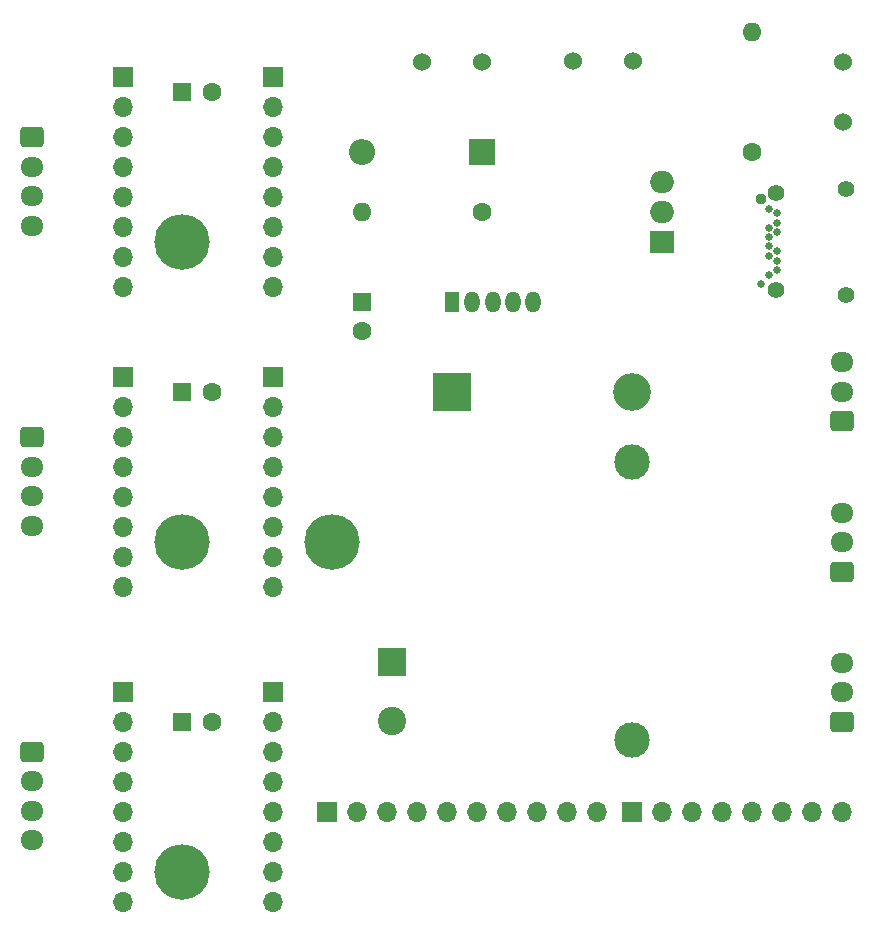
<source format=gbr>
%TF.GenerationSoftware,KiCad,Pcbnew,(6.0.2)*%
%TF.CreationDate,2022-02-25T10:45:33+01:00*%
%TF.ProjectId,CNC_interface,434e435f-696e-4746-9572-666163652e6b,rev?*%
%TF.SameCoordinates,Original*%
%TF.FileFunction,Soldermask,Bot*%
%TF.FilePolarity,Negative*%
%FSLAX46Y46*%
G04 Gerber Fmt 4.6, Leading zero omitted, Abs format (unit mm)*
G04 Created by KiCad (PCBNEW (6.0.2)) date 2022-02-25 10:45:33*
%MOMM*%
%LPD*%
G01*
G04 APERTURE LIST*
G04 Aperture macros list*
%AMRoundRect*
0 Rectangle with rounded corners*
0 $1 Rounding radius*
0 $2 $3 $4 $5 $6 $7 $8 $9 X,Y pos of 4 corners*
0 Add a 4 corners polygon primitive as box body*
4,1,4,$2,$3,$4,$5,$6,$7,$8,$9,$2,$3,0*
0 Add four circle primitives for the rounded corners*
1,1,$1+$1,$2,$3*
1,1,$1+$1,$4,$5*
1,1,$1+$1,$6,$7*
1,1,$1+$1,$8,$9*
0 Add four rect primitives between the rounded corners*
20,1,$1+$1,$2,$3,$4,$5,0*
20,1,$1+$1,$4,$5,$6,$7,0*
20,1,$1+$1,$6,$7,$8,$9,0*
20,1,$1+$1,$8,$9,$2,$3,0*%
G04 Aperture macros list end*
%ADD10C,4.700000*%
%ADD11R,2.200000X2.200000*%
%ADD12O,2.200000X2.200000*%
%ADD13RoundRect,0.250000X-0.725000X0.600000X-0.725000X-0.600000X0.725000X-0.600000X0.725000X0.600000X0*%
%ADD14O,1.950000X1.700000*%
%ADD15C,1.524000*%
%ADD16R,1.700000X1.700000*%
%ADD17O,1.700000X1.700000*%
%ADD18RoundRect,0.250000X0.725000X-0.600000X0.725000X0.600000X-0.725000X0.600000X-0.725000X-0.600000X0*%
%ADD19R,2.000000X1.905000*%
%ADD20O,2.000000X1.905000*%
%ADD21R,1.600000X1.600000*%
%ADD22C,1.600000*%
%ADD23R,1.275000X1.800000*%
%ADD24O,1.275000X1.800000*%
%ADD25R,2.400000X2.400000*%
%ADD26C,2.400000*%
%ADD27O,3.200000X3.200000*%
%ADD28R,3.200000X3.200000*%
%ADD29O,1.600000X1.600000*%
%ADD30C,0.650000*%
%ADD31C,0.950000*%
%ADD32C,1.400000*%
%ADD33C,3.000000*%
G04 APERTURE END LIST*
D10*
%TO.C,2M2.5*%
X132080000Y-101600000D03*
%TD*%
%TO.C,1M2.5*%
X132080000Y-76200000D03*
%TD*%
%TO.C,3M2.5*%
X132080000Y-129540000D03*
%TD*%
%TO.C,4M2.5*%
X144780000Y-101600000D03*
%TD*%
D11*
%TO.C,D1*%
X157480000Y-68580000D03*
D12*
X147320000Y-68580000D03*
%TD*%
D13*
%TO.C,J1*%
X119380000Y-119380000D03*
D14*
X119380000Y-121880000D03*
X119380000Y-124380000D03*
X119380000Y-126880000D03*
%TD*%
D13*
%TO.C,J2*%
X119380000Y-92770000D03*
D14*
X119380000Y-95270000D03*
X119380000Y-97770000D03*
X119380000Y-100270000D03*
%TD*%
D13*
%TO.C,J3*%
X119380000Y-67370000D03*
D14*
X119380000Y-69870000D03*
X119380000Y-72370000D03*
X119380000Y-74870000D03*
%TD*%
D15*
%TO.C,J6*%
X157480000Y-60960000D03*
X152400000Y-60960000D03*
%TD*%
D16*
%TO.C,J8*%
X127025000Y-114300000D03*
D17*
X127025000Y-116840000D03*
X127025000Y-119380000D03*
X127025000Y-121920000D03*
X127025000Y-124460000D03*
X127025000Y-127000000D03*
X127025000Y-129540000D03*
X127025000Y-132080000D03*
%TD*%
D16*
%TO.C,J9*%
X139725000Y-114300000D03*
D17*
X139725000Y-116840000D03*
X139725000Y-119380000D03*
X139725000Y-121920000D03*
X139725000Y-124460000D03*
X139725000Y-127000000D03*
X139725000Y-129540000D03*
X139725000Y-132080000D03*
%TD*%
D16*
%TO.C,J10*%
X127025000Y-87645000D03*
D17*
X127025000Y-90185000D03*
X127025000Y-92725000D03*
X127025000Y-95265000D03*
X127025000Y-97805000D03*
X127025000Y-100345000D03*
X127025000Y-102885000D03*
X127025000Y-105425000D03*
%TD*%
D16*
%TO.C,J11*%
X139725000Y-87645000D03*
D17*
X139725000Y-90185000D03*
X139725000Y-92725000D03*
X139725000Y-95265000D03*
X139725000Y-97805000D03*
X139725000Y-100345000D03*
X139725000Y-102885000D03*
X139725000Y-105425000D03*
%TD*%
D16*
%TO.C,J12*%
X127025000Y-62245000D03*
D17*
X127025000Y-64785000D03*
X127025000Y-67325000D03*
X127025000Y-69865000D03*
X127025000Y-72405000D03*
X127025000Y-74945000D03*
X127025000Y-77485000D03*
X127025000Y-80025000D03*
%TD*%
D16*
%TO.C,J13*%
X139725000Y-62245000D03*
D17*
X139725000Y-64785000D03*
X139725000Y-67325000D03*
X139725000Y-69865000D03*
X139725000Y-72405000D03*
X139725000Y-74945000D03*
X139725000Y-77485000D03*
X139725000Y-80025000D03*
%TD*%
D18*
%TO.C,J14*%
X187960000Y-91400000D03*
D14*
X187960000Y-88900000D03*
X187960000Y-86400000D03*
%TD*%
D18*
%TO.C,J15*%
X187960000Y-104140000D03*
D14*
X187960000Y-101640000D03*
X187960000Y-99140000D03*
%TD*%
D18*
%TO.C,J16*%
X187960000Y-116840000D03*
D14*
X187960000Y-114340000D03*
X187960000Y-111840000D03*
%TD*%
D19*
%TO.C,Q1*%
X172720000Y-76200000D03*
D20*
X172720000Y-73660000D03*
X172720000Y-71120000D03*
%TD*%
D15*
%TO.C,J5*%
X165195000Y-60865000D03*
X170275000Y-60865000D03*
%TD*%
D16*
%TO.C,J18*%
X144320000Y-124460000D03*
D17*
X146860000Y-124460000D03*
X149400000Y-124460000D03*
X151940000Y-124460000D03*
X154480000Y-124460000D03*
X157020000Y-124460000D03*
X159560000Y-124460000D03*
X162100000Y-124460000D03*
X164640000Y-124460000D03*
X167180000Y-124460000D03*
%TD*%
D21*
%TO.C,C4*%
X132080000Y-88900000D03*
D22*
X134580000Y-88900000D03*
%TD*%
D16*
%TO.C,J17*%
X170180000Y-124460000D03*
D17*
X172720000Y-124460000D03*
X175260000Y-124460000D03*
X177800000Y-124460000D03*
X180340000Y-124460000D03*
X182880000Y-124460000D03*
X185420000Y-124460000D03*
X187960000Y-124460000D03*
%TD*%
D23*
%TO.C,U1*%
X154940000Y-81280000D03*
D24*
X156640000Y-81280000D03*
X158340000Y-81280000D03*
X160040000Y-81280000D03*
X161740000Y-81280000D03*
%TD*%
D21*
%TO.C,C3*%
X132080000Y-116840000D03*
D22*
X134580000Y-116840000D03*
%TD*%
D25*
%TO.C,C2*%
X149860000Y-111760000D03*
D26*
X149860000Y-116760000D03*
%TD*%
D27*
%TO.C,D2*%
X170180000Y-88900000D03*
D28*
X154940000Y-88900000D03*
%TD*%
D22*
%TO.C,R1*%
X157480000Y-73660000D03*
D29*
X147320000Y-73660000D03*
%TD*%
D21*
%TO.C,C5*%
X132080000Y-63500000D03*
D22*
X134580000Y-63500000D03*
%TD*%
D21*
%TO.C,C1*%
X147320000Y-81280000D03*
D22*
X147320000Y-83780000D03*
%TD*%
D30*
%TO.C,J19*%
X181060000Y-79800000D03*
D31*
X181060000Y-72600000D03*
D30*
X181710000Y-73400000D03*
X182410000Y-73800000D03*
X182410000Y-74600000D03*
X181710000Y-75000000D03*
X182410000Y-75400000D03*
X181710000Y-75800000D03*
X181710000Y-76600000D03*
X182410000Y-77000000D03*
X181710000Y-77400000D03*
X182410000Y-77800000D03*
X182410000Y-78600000D03*
X181710000Y-79000000D03*
D32*
X182310000Y-80330000D03*
X188260000Y-71710000D03*
X182310000Y-72070000D03*
X188260000Y-80690000D03*
%TD*%
D22*
%TO.C,R2*%
X180340000Y-68580000D03*
D29*
X180340000Y-58420000D03*
%TD*%
D15*
%TO.C,J4*%
X188055000Y-60960000D03*
X188055000Y-66040000D03*
%TD*%
D33*
%TO.C,L1*%
X170180000Y-118380000D03*
X170180000Y-94880000D03*
%TD*%
M02*

</source>
